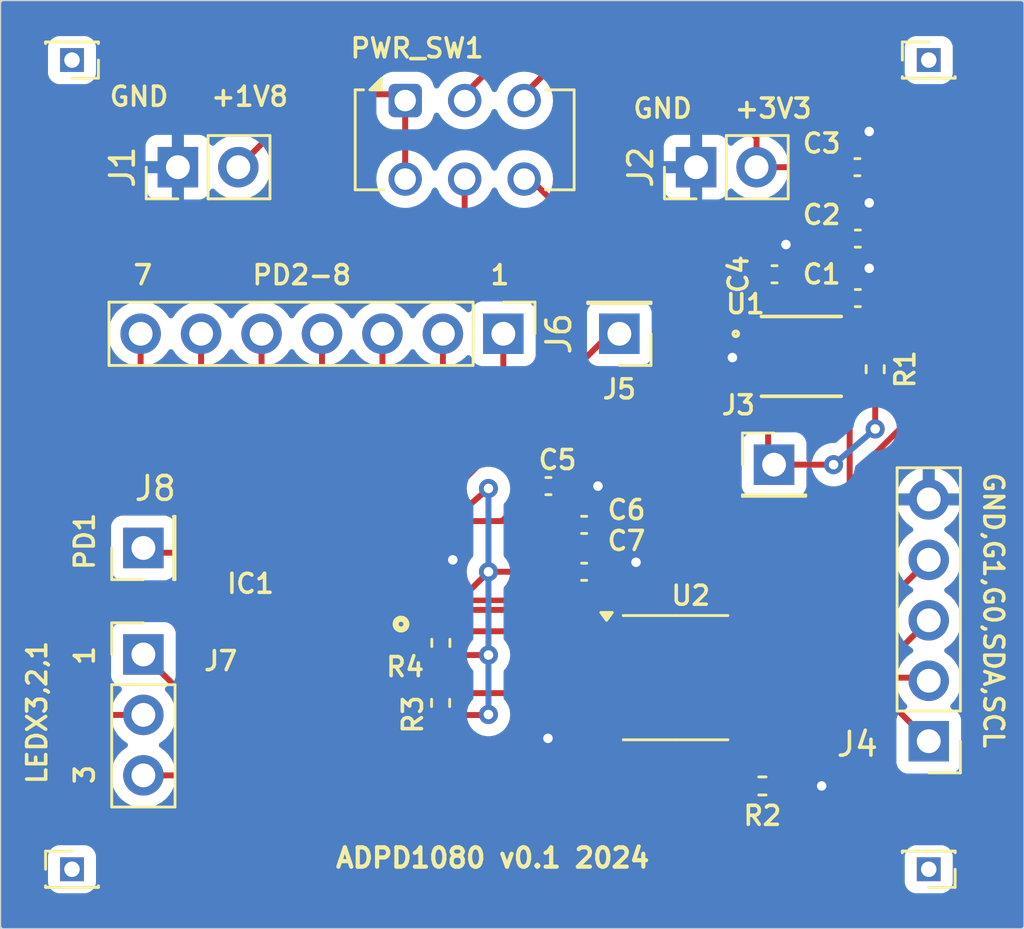
<source format=kicad_pcb>
(kicad_pcb (version 20240108) (generator "pcbnew") (generator_version "8.0")
  (layers (0 "F.Cu" signal) (31 "B.Cu" signal) (34 "B.Paste" user) (35 "F.Paste" user) (36 "B.SilkS" user "B.Silkscreen") (37 "F.SilkS" user "F.Silkscreen") (38 "B.Mask" user) (39 "F.Mask" user) (44 "Edge.Cuts" user))
  (net 0 "")
  (net 1 "Net-(J2-Pin_2)")
  (net 2 "GND")
  (net 3 "Net-(U1-VOUT)")
  (net 4 "Net-(IC1-PD3)")
  (net 5 "Net-(IC1-PD1)")
  (net 6 "Net-(IC1-LEDX1)")
  (net 7 "Net-(IC1-PD8)")
  (net 8 "Net-(IC1-PD2)")
  (net 9 "Net-(IC1-LEDX2)")
  (net 10 "Net-(IC1-SCL)")
  (net 14 "Net-(IC1-PD4)")
  (net 19 "Net-(IC1-LEDX3)")
  (net 20 "Net-(IC1-PD6)")
  (net 21 "Net-(IC1-PD7)")
  (net 22 "Net-(IC1-GPIO0)")
  (net 23 "Net-(IC1-SDA)")
  (net 24 "Net-(IC1-GPIO1)")
  (net 25 "Net-(IC1-PDC)")
  (net 26 "Net-(IC1-PD5)")
  (net 27 "Net-(J1-Pin_2)")
  (net 28 "Net-(J4-Pin_3)")
  (net 29 "Net-(J4-Pin_4)")
  (net 30 "Net-(J3-Pin_1)")
  (net 31 "Net-(J4-Pin_1)")
  (net 32 "VDD_1V8")
  (net 33 "VDD_INPUT")
  (net 35 "Net-(J4-Pin_2)")
  (net 38 "Net-(IC1-VREF)")
  (footprint "breakoutboard:QFN40P400X400X80-29N-D" (layer "F.Cu") (at 34.45 44.4 180)
    (property "Reference" "IC1" (at 3.95 -0.1 180) (layer "F.SilkS") (effects (font (size 0.8 0.8) (thickness 0.15) (bold yes))))
    (property "Value" "ADPD1080BCPZR7" (hide yes))
    (fp_circle (center -2.375 -1.8) (end -2.275 -1.8) (stroke (width 0.254)) (fill none) (layer "F.SilkS"))
    (pad "1" smd rect (at -1.95 -1.2 270) (size 0.2 0.85) (layers "F.Cu" "F.Paste" "F.Mask") (net 22 "Net-(IC1-GPIO0)"))
    (pad "2" smd rect (at -1.95 -0.8 270) (size 0.2 0.85) (layers "F.Cu" "F.Paste" "F.Mask") (net 24 "Net-(IC1-GPIO1)"))
    (pad "3" smd rect (at -1.95 -0.4 270) (size 0.2 0.85) (layers "F.Cu" "F.Paste" "F.Mask") (net 32 "VDD_1V8"))
    (pad "4" smd rect (at -1.95 0 270) (size 0.2 0.85) (layers "F.Cu" "F.Paste" "F.Mask") (net 2 "GND"))
    (pad "5" smd rect (at -1.95 0.4 270) (size 0.2 0.85) (layers "F.Cu" "F.Paste" "F.Mask") (net 38 "Net-(IC1-VREF)"))
    (pad "6" smd rect (at -1.95 0.8 270) (size 0.2 0.85) (layers "F.Cu" "F.Paste" "F.Mask") (net 32 "VDD_1V8"))
    (pad "7" smd rect (at -1.95 1.2 270) (size 0.2 0.85) (layers "F.Cu" "F.Paste" "F.Mask") (net 5 "Net-(IC1-PD1)"))
    (pad "8" smd rect (at -1.2 1.95 180) (size 0.2 0.85) (layers "F.Cu" "F.Paste" "F.Mask") (net 8 "Net-(IC1-PD2)"))
    (pad "9" smd rect (at -0.8 1.95 180) (size 0.2 0.85) (layers "F.Cu" "F.Paste" "F.Mask") (net 4 "Net-(IC1-PD3)"))
    (pad "10" smd rect (at -0.4 1.95 180) (size 0.2 0.85) (layers "F.Cu" "F.Paste" "F.Mask") (net 14 "Net-(IC1-PD4)"))
    (pad "11" smd rect (at 0 1.95 180) (size 0.2 0.85) (layers "F.Cu" "F.Paste" "F.Mask") (net 25 "Net-(IC1-PDC)"))
    (pad "12" smd rect (at 0.4 1.95 180) (size 0.2 0.85) (layers "F.Cu" "F.Paste" "F.Mask") (net 26 "Net-(IC1-PD5)"))
    (pad "13" smd rect (at 0.8 1.95 180) (size 0.2 0.85) (layers "F.Cu" "F.Paste" "F.Mask") (net 20 "Net-(IC1-PD6)"))
    (pad "14" smd rect (at 1.2 1.95 180) (size 0.2 0.85) (layers "F.Cu" "F.Paste" "F.Mask") (net 21 "Net-(IC1-PD7)"))
    (pad "15" smd rect (at 1.95 1.2 270) (size 0.2 0.85) (layers "F.Cu" "F.Paste" "F.Mask") (net 7 "Net-(IC1-PD8)"))
    (pad "16" smd rect (at 1.95 0.8 270) (size 0.2 0.85) (layers "F.Cu" "F.Paste" "F.Mask"))
    (pad "17" smd rect (at 1.95 0.4 270) (size 0.2 0.85) (layers "F.Cu" "F.Paste" "F.Mask"))
    (pad "18" smd rect (at 1.95 0 270) (size 0.2 0.85) (layers "F.Cu" "F.Paste" "F.Mask"))
    (pad "19" smd rect (at 1.95 -0.4 270) (size 0.2 0.85) (layers "F.Cu" "F.Paste" "F.Mask"))
    (pad "20" smd rect (at 1.95 -0.8 270) (size 0.2 0.85) (layers "F.Cu" "F.Paste" "F.Mask"))
    (pad "21" smd rect (at 1.95 -1.2 270) (size 0.2 0.85) (layers "F.Cu" "F.Paste" "F.Mask"))
    (pad "22" smd rect (at 1.2 -1.95 180) (size 0.2 0.85) (layers "F.Cu" "F.Paste" "F.Mask"))
    (pad "23" smd rect (at 0.8 -1.95 180) (size 0.2 0.85) (layers "F.Cu" "F.Paste" "F.Mask") (net 6 "Net-(IC1-LEDX1)"))
    (pad "24" smd rect (at 0.4 -1.95 180) (size 0.2 0.85) (layers "F.Cu" "F.Paste" "F.Mask") (net 19 "Net-(IC1-LEDX3)"))
    (pad "25" smd rect (at 0 -1.95 180) (size 0.2 0.85) (layers "F.Cu" "F.Paste" "F.Mask") (net 9 "Net-(IC1-LEDX2)"))
    (pad "26" smd rect (at -0.4 -1.95 180) (size 0.2 0.85) (layers "F.Cu" "F.Paste" "F.Mask") (net 2 "GND"))
    (pad "27" smd rect (at -0.8 -1.95 180) (size 0.2 0.85) (layers "F.Cu" "F.Paste" "F.Mask") (net 10 "Net-(IC1-SCL)"))
    (pad "28" smd rect (at -1.2 -1.95 180) (size 0.2 0.85) (layers "F.Cu" "F.Paste" "F.Mask") (net 23 "Net-(IC1-SDA)"))
    (pad "29" smd rect (at 0 0 180) (size 2.7 2.7) (layers "F.Cu" "F.Paste" "F.Mask") (net 2 "GND"))
  )
  (footprint "Capacitor_SMD:C_0402_1005Metric" (layer "F.Cu") (at 43.02 40.4)
    (property "Reference" "C5" (at 0.38 -1.1 180) (layer "F.SilkS") (effects (font (size 0.8 0.8))))
    (property "Value" "1uF")
    (fp_line (start -0.107836 -0.36) (end 0.107836 -0.36) (stroke (width 0.12)) (layer "F.SilkS"))
    (fp_line (start -0.107836 0.36) (end 0.107836 0.36) (stroke (width 0.12)) (layer "F.SilkS"))
    (pad "1" smd roundrect (at -0.48 0) (size 0.56 0.62) (layers "F.Cu" "F.Paste" "F.Mask") (net 38 "Net-(IC1-VREF)"))
    (pad "2" smd roundrect (at 0.48 0) (size 0.56 0.62) (layers "F.Cu" "F.Paste" "F.Mask") (net 2 "GND"))
  )
  (footprint "Connector_PinHeader_2.54mm:PinHeader_1x01_P2.54mm_Vertical" (layer "F.Cu") (at 52.5 39.5)
    (property "Reference" "J3" (at -1.5 -2.5 0) (layer "F.SilkS") (effects (font (size 0.8 0.8))))
    (property "Value" "PG_TP")
    (fp_line (start -1.33 -1.33) (end 0 -1.33) (stroke (width 0.12)) (layer "F.SilkS"))
    (fp_line (start -1.33 0) (end -1.33 -1.33) (stroke (width 0.12)) (layer "F.SilkS"))
    (fp_line (start -1.33 1.27) (end -1.33 1.33) (stroke (width 0.12)) (layer "F.SilkS"))
    (fp_line (start -1.33 1.27) (end 1.33 1.27) (stroke (width 0.12)) (layer "F.SilkS"))
    (fp_line (start -1.33 1.33) (end 1.33 1.33) (stroke (width 0.12)) (layer "F.SilkS"))
    (fp_line (start 1.33 1.27) (end 1.33 1.33) (stroke (width 0.12)) (layer "F.SilkS"))
    (pad "1" thru_hole rect (at 0 0) (size 1.7 1.7) (drill 1) (layers "*.Cu" "*.Mask") (net 30 "Net-(J3-Pin_1)"))
  )
  (footprint "Resistor_SMD:R_0402_1005Metric" (layer "F.Cu") (at 38.49 49.51 90)
    (property "Reference" "R3" (at -0.49 -1.17 -90) (layer "F.SilkS") (effects (font (size 0.8 0.8))))
    (property "Value" "4.7k")
    (fp_line (start -0.153641 -0.38) (end 0.153641 -0.38) (stroke (width 0.12)) (layer "F.SilkS"))
    (fp_line (start -0.153641 0.38) (end 0.153641 0.38) (stroke (width 0.12)) (layer "F.SilkS"))
    (pad "1" smd roundrect (at -0.51 0 90) (size 0.54 0.64) (layers "F.Cu" "F.Paste" "F.Mask") (net 32 "VDD_1V8"))
    (pad "2" smd roundrect (at 0.51 0 90) (size 0.54 0.64) (layers "F.Cu" "F.Paste" "F.Mask") (net 10 "Net-(IC1-SCL)"))
  )
  (footprint "Connector_PinHeader_1.27mm:PinHeader_1x01_P1.27mm_Vertical" (layer "F.Cu") (at 59 22.5)
    (property "Reference" "H2" (hide yes))
    (property "Value" "MountingHole" (hide yes))
    (fp_line (start -1.11 -0.76) (end 0 -0.76) (stroke (width 0.12)) (layer "F.SilkS"))
    (fp_line (start -1.11 0) (end -1.11 -0.76) (stroke (width 0.12)) (layer "F.SilkS"))
    (fp_line (start -1.11 0.76) (end -1.11 0.695) (stroke (width 0.12)) (layer "F.SilkS"))
    (fp_line (start -1.11 0.76) (end -0.563471 0.76) (stroke (width 0.12)) (layer "F.SilkS"))
    (fp_line (start -1.11 0.76) (end 1.11 0.76) (stroke (width 0.12)) (layer "F.SilkS"))
    (fp_line (start 0.563471 0.76) (end 1.11 0.76) (stroke (width 0.12)) (layer "F.SilkS"))
    (fp_line (start 1.11 0.76) (end 1.11 0.695) (stroke (width 0.12)) (layer "F.SilkS"))
    (pad "1" thru_hole rect (at 0 0) (size 1 1) (drill 0.65) (layers "*.Cu" "*.Mask"))
  )
  (footprint "Connector_PinHeader_2.54mm:PinHeader_1x05_P2.54mm_Vertical" (layer "F.Cu") (at 59 51.12 180)
    (property "Reference" "J4" (at 3 -0.13 180) (layer "F.SilkS"))
    (property "Value" "P_05")
    (fp_line (start 1.33 1.27) (end 1.33 11.49) (stroke (width 0.12)) (layer "F.SilkS"))
    (fp_line (start -1.33 11.49) (end 1.33 11.49) (stroke (width 0.12)) (layer "F.SilkS"))
    (fp_line (start -1.33 1.27) (end 1.33 1.27) (stroke (width 0.12)) (layer "F.SilkS"))
    (fp_line (start -1.33 1.27) (end -1.33 11.49) (stroke (width 0.12)) (layer "F.SilkS"))
    (fp_line (start -1.33 0) (end -1.33 -1.33) (stroke (width 0.12)) (layer "F.SilkS"))
    (fp_line (start -1.33 -1.33) (end 0 -1.33) (stroke (width 0.12)) (layer "F.SilkS"))
    (pad "1" thru_hole rect (at 0 0 180) (size 1.7 1.7) (drill 1) (layers "*.Cu" "*.Mask") (net 31 "Net-(J4-Pin_1)"))
    (pad "2" thru_hole oval (at 0 2.54 180) (size 1.7 1.7) (drill 1) (layers "*.Cu" "*.Mask") (net 35 "Net-(J4-Pin_2)"))
    (pad "3" thru_hole oval (at 0 5.08 180) (size 1.7 1.7) (drill 1) (layers "*.Cu" "*.Mask") (net 28 "Net-(J4-Pin_3)"))
    (pad "4" thru_hole oval (at 0 7.62 180) (size 1.7 1.7) (drill 1) (layers "*.Cu" "*.Mask") (net 29 "Net-(J4-Pin_4)"))
    (pad "5" thru_hole oval (at 0 10.16 180) (size 1.7 1.7) (drill 1) (layers "*.Cu" "*.Mask") (net 2 "GND"))
  )
  (footprint "Resistor_SMD:R_0402_1005Metric" (layer "F.Cu") (at 38.5 46.99 90)
    (property "Reference" "R4" (at -1.01 -1.5 0) (layer "F.SilkS") (effects (font (size 0.8 0.8))))
    (property "Value" "4.7k")
    (fp_line (start -0.153641 -0.38) (end 0.153641 -0.38) (stroke (width 0.12)) (layer "F.SilkS"))
    (fp_line (start -0.153641 0.38) (end 0.153641 0.38) (stroke (width 0.12)) (layer "F.SilkS"))
    (pad "1" smd roundrect (at -0.51 0 90) (size 0.54 0.64) (layers "F.Cu" "F.Paste" "F.Mask") (net 32 "VDD_1V8"))
    (pad "2" smd roundrect (at 0.51 0 90) (size 0.54 0.64) (layers "F.Cu" "F.Paste" "F.Mask") (net 23 "Net-(IC1-SDA)"))
  )
  (footprint "Connector_PinHeader_2.54mm:PinHeader_1x01_P2.54mm_Vertical" (layer "F.Cu") (at 46 34 180)
    (property "Reference" "J5" (at 0 -2.33 180) (layer "F.SilkS") (effects (font (size 0.8 0.8))))
    (property "Value" "P_01")
    (fp_line (start 1.33 1.27) (end 1.33 1.33) (stroke (width 0.12)) (layer "F.SilkS"))
    (fp_line (start -1.33 1.33) (end 1.33 1.33) (stroke (width 0.12)) (layer "F.SilkS"))
    (fp_line (start -1.33 1.27) (end 1.33 1.27) (stroke (width 0.12)) (layer "F.SilkS"))
    (fp_line (start -1.33 1.27) (end -1.33 1.33) (stroke (width 0.12)) (layer "F.SilkS"))
    (fp_line (start -1.33 0) (end -1.33 -1.33) (stroke (width 0.12)) (layer "F.SilkS"))
    (fp_line (start -1.33 -1.33) (end 0 -1.33) (stroke (width 0.12)) (layer "F.SilkS"))
    (pad "1" thru_hole rect (at 0 0 180) (size 1.7 1.7) (drill 1) (layers "*.Cu" "*.Mask") (net 5 "Net-(IC1-PD1)"))
  )
  (footprint "Button_Switch_THT:SW_CK_JS202011CQN_DPDT_Straight" (layer "F.Cu") (at 37 24.2)
    (property "Reference" "PWR_SW1" (at 0.5 -2.2 0) (layer "F.SilkS") (effects (font (size 0.8 0.8))))
    (property "Value" "SW_Slide_DPDT")
    (fp_line (start -2.1 -0.45) (end -2.1 3.75) (stroke (width 0.12)) (layer "F.SilkS"))
    (fp_line (start -2.1 3.75) (end -0.9 3.75) (stroke (width 0.12)) (layer "F.SilkS"))
    (fp_line (start -1.75 -0.45) (end -2.1 -0.45) (stroke (width 0.12)) (layer "F.SilkS"))
    (fp_line (start 5.9 -0.45) (end 7.1 -0.45) (stroke (width 0.12)) (layer "F.SilkS"))
    (fp_line (start 7.1 -0.45) (end 7.1 3.75) (stroke (width 0.12)) (layer "F.SilkS"))
    (fp_line (start 7.1 3.75) (end 5.9 3.75) (stroke (width 0.12)) (layer "F.SilkS"))
    (fp_poly (pts (xy -1 -0.45) (xy -1.48 -0.45) (xy -1 -0.93) (xy -1 -0.45)) (stroke (width 0.12)) (fill solid) (layer "F.SilkS"))
    (pad "1" thru_hole roundrect (at 0 0) (size 1.4 1.4) (drill 0.9) (layers "*.Cu" "*.Mask") (roundrect_rratio 0.1785714286) (net 27 "Net-(J1-Pin_2)"))
    (pad "2" thru_hole circle (at 2.5 0) (size 1.4 1.4) (drill 0.9) (layers "*.Cu" "*.Mask") (net 33 "VDD_INPUT"))
    (pad "3" thru_hole circle (at 5 0) (size 1.4 1.4) (drill 0.9) (layers "*.Cu" "*.Mask") (net 1 "Net-(J2-Pin_2)"))
    (pad "4" thru_hole circle (at 5 3.3) (size 1.4 1.4) (drill 0.9) (layers "*.Cu" "*.Mask") (net 3 "Net-(U1-VOUT)"))
    (pad "5" thru_hole circle (at 2.5 3.3) (size 1.4 1.4) (drill 0.9) (layers "*.Cu" "*.Mask") (net 32 "VDD_1V8"))
    (pad "6" thru_hole circle (at 0 3.3) (size 1.4 1.4) (drill 0.9) (layers "*.Cu" "*.Mask") (net 27 "Net-(J1-Pin_2)"))
  )
  (footprint "Package_SO:TSSOP-14_4.4x5mm_P0.65mm" (layer "F.Cu") (at 48.3625 48.45)
    (property "Reference" "U2" (at 0.6375 -3.45 0) (layer "F.SilkS") (effects (font (size 0.8 0.8))))
    (property "Value" "TXB0104PW_new")
    (fp_line (start 0 -2.61) (end -2.2 -2.61) (stroke (width 0.12)) (layer "F.SilkS"))
    (fp_line (start 0 -2.61) (end 2.2 -2.61) (stroke (width 0.12)) (layer "F.SilkS"))
    (fp_line (start 0 2.61) (end -2.2 2.61) (stroke (width 0.12)) (layer "F.SilkS"))
    (fp_line (start 0 2.61) (end 2.2 2.61) (stroke (width 0.12)) (layer "F.SilkS"))
    (fp_poly (pts (xy -2.9 -2.41) (xy -3.14 -2.74) (xy -2.66 -2.74) (xy -2.9 -2.41)) (stroke (width 0.12)) (fill solid) (layer "F.SilkS"))
    (pad "1" smd roundrect (at -2.8625 -1.95) (size 1.475 0.4) (layers "F.Cu" "F.Paste" "F.Mask") (net 32 "VDD_1V8"))
    (pad "2" smd roundrect (at -2.8625 -1.3) (size 1.475 0.4) (layers "F.Cu" "F.Paste" "F.Mask") (net 24 "Net-(IC1-GPIO1)"))
    (pad "3" smd roundrect (at -2.8625 -0.65) (size 1.475 0.4) (layers "F.Cu" "F.Paste" "F.Mask") (net 22 "Net-(IC1-GPIO0)"))
    (pad "4" smd roundrect (at -2.8625 0) (size 1.475 0.4) (layers "F.Cu" "F.Paste" "F.Mask") (net 23 "Net-(IC1-SDA)"))
    (pad "5" smd roundrect (at -2.8625 0.65) (size 1.475 0.4) (layers "F.Cu" "F.Paste" "F.Mask") (net 10 "Net-(IC1-SCL)"))
    (pad "6" smd roundrect (at -2.8625 1.3) (size 1.475 0.4) (layers "F.Cu" "F.Paste" "F.Mask"))
    (pad "7" smd roundrect (at -2.8625 1.95) (size 1.475 0.4) (layers "F.Cu" "F.Paste" "F.Mask") (net 2 "GND"))
    (pad "8" smd roundrect (at 2.8625 1.95) (size 1.475 0.4) (layers "F.Cu" "F.Paste" "F.Mask") (net 32 "VDD_1V8"))
    (pad "9" smd roundrect (at 2.8625 1.3) (size 1.475 0.4) (layers "F.Cu" "F.Paste" "F.Mask"))
    (pad "10" smd roundrect (at 2.8625 0.65) (size 1.475 0.4) (layers "F.Cu" "F.Paste" "F.Mask") (net 31 "Net-(J4-Pin_1)"))
    (pad "11" smd roundrect (at 2.8625 0) (size 1.475 0.4) (layers "F.Cu" "F.Paste" "F.Mask") (net 35 "Net-(J4-Pin_2)"))
    (pad "12" smd roundrect (at 2.8625 -0.65) (size 1.475 0.4) (layers "F.Cu" "F.Paste" "F.Mask") (net 28 "Net-(J4-Pin_3)"))
    (pad "13" smd roundrect (at 2.8625 -1.3) (size 1.475 0.4) (layers "F.Cu" "F.Paste" "F.Mask") (net 29 "Net-(J4-Pin_4)"))
    (pad "14" smd roundrect (at 2.8625 -1.95) (size 1.475 0.4) (layers "F.Cu" "F.Paste" "F.Mask") (net 33 "VDD_INPUT"))
  )
  (footprint "Connector_PinHeader_2.54mm:PinHeader_1x03_P2.54mm_Vertical" (layer "F.Cu") (at 26 47.475)
    (property "Reference" "J7" (at 3.25 0.275 0) (layer "F.SilkS") (effects (font (size 0.8 0.8))))
    (property "Value" "P_3_LED")
    (fp_line (start -1.33 -1.33) (end 0 -1.33) (stroke (width 0.12)) (layer "F.SilkS"))
    (fp_line (start -1.33 0) (end -1.33 -1.33) (stroke (width 0.12)) (layer "F.SilkS"))
    (fp_line (start -1.33 1.27) (end -1.33 6.41) (stroke (width 0.12)) (layer "F.SilkS"))
    (fp_line (start -1.33 1.27) (end 1.33 1.27) (stroke (width 0.12)) (layer "F.SilkS"))
    (fp_line (start -1.33 6.41) (end 1.33 6.41) (stroke (width 0.12)) (layer "F.SilkS"))
    (fp_line (start 1.33 1.27) (end 1.33 6.41) (stroke (width 0.12)) (layer "F.SilkS"))
    (pad "1" thru_hole rect (at 0 0) (size 1.7 1.7) (drill 1) (layers "*.Cu" "*.Mask") (net 6 "Net-(IC1-LEDX1)"))
    (pad "2" thru_hole oval (at 0 2.54) (size 1.7 1.7) (drill 1) (layers "*.Cu" "*.Mask") (net 9 "Net-(IC1-LEDX2)"))
    (pad "3" thru_hole oval (at 0 5.08) (size 1.7 1.7) (drill 1) (layers "*.Cu" "*.Mask") (net 19 "Net-(IC1-LEDX3)"))
  )
  (footprint "Capacitor_SMD:C_0402_1005Metric" (layer "F.Cu") (at 56.02 32.5 180)
    (property "Reference" "C1" (at 1.52 1 180) (layer "F.SilkS") (effects (font (size 0.8 0.8))))
    (property "Value" "1uF")
    (fp_line (start -0.107836 0.36) (end 0.107836 0.36) (stroke (width 0.12)) (layer "F.SilkS"))
    (fp_line (start -0.107836 -0.36) (end 0.107836 -0.36) (stroke (width 0.12)) (layer "F.SilkS"))
    (pad "1" smd roundrect (at -0.48 0 180) (size 0.56 0.62) (layers "F.Cu" "F.Paste" "F.Mask") (net 2 "GND"))
    (pad "2" smd roundrect (at 0.48 0 180) (size 0.56 0.62) (layers "F.Cu" "F.Paste" "F.Mask") (net 1 "Net-(J2-Pin_2)"))
  )
  (footprint "Resistor_SMD:R_0402_1005Metric" (layer "F.Cu") (at 56.75 35.49 90)
    (property "Reference" "R1" (at 0 1.26 -90) (layer "F.SilkS") (effects (font (size 0.8 0.8))))
    (property "Value" "100k")
    (fp_line (start -0.153641 -0.38) (end 0.153641 -0.38) (stroke (width 0.12)) (layer "F.SilkS"))
    (fp_line (start -0.153641 0.38) (end 0.153641 0.38) (stroke (width 0.12)) (layer "F.SilkS"))
    (pad "1" smd roundrect (at -0.51 0 90) (size 0.54 0.64) (layers "F.Cu" "F.Paste" "F.Mask") (net 30 "Net-(J3-Pin_1)"))
    (pad "2" smd roundrect (at 0.51 0 90) (size 0.54 0.64) (layers "F.Cu" "F.Paste" "F.Mask") (net 1 "Net-(J2-Pin_2)"))
  )
  (footprint "Capacitor_SMD:C_0402_1005Metric" (layer "F.Cu") (at 44.52 42.03)
    (property "Reference" "C6" (at 1.78 -0.63 0) (layer "F.SilkS") (effects (font (size 0.8 0.8))))
    (property "Value" "0u1F")
    (fp_line (start -0.107836 -0.36) (end 0.107836 -0.36) (stroke (width 0.12)) (layer "F.SilkS"))
    (fp_line (start -0.107836 0.36) (end 0.107836 0.36) (stroke (width 0.12)) (layer "F.SilkS"))
    (pad "1" smd roundrect (at -0.48 0) (size 0.56 0.62) (layers "F.Cu" "F.Paste" "F.Mask") (net 32 "VDD_1V8"))
    (pad "2" smd roundrect (at 0.48 0) (size 0.56 0.62) (layers "F.Cu" "F.Paste" "F.Mask") (net 2 "GND"))
  )
  (footprint "Connector_PinHeader_2.54mm:PinHeader_1x07_P2.54mm_Vertical" (layer "F.Cu") (at 41.125 34 -90)
    (property "Reference" "J6" (at 0 -2.33 90) (layer "F.SilkS"))
    (property "Value" "PD_7")
    (fp_line (start -1.33 16.57) (end 1.33 16.57) (stroke (width 0.12)) (layer "F.SilkS"))
    (fp_line (start -1.33 1.27) (end -1.33 16.57) (stroke (width 0.12)) (layer "F.SilkS"))
    (fp_line (start -1.33 1.27) (end 1.33 1.27) (stroke (width 0.12)) (layer "F.SilkS"))
    (fp_line (start 1.33 1.27) (end 1.33 16.57) (stroke (width 0.12)) (layer "F.SilkS"))
    (fp_line (start -1.33 0) (end -1.33 -1.33) (stroke (width 0.12)) (layer "F.SilkS"))
    (fp_line (start -1.33 -1.33) (end 0 -1.33) (stroke (width 0.12)) (layer "F.SilkS"))
    (pad "1" thru_hole rect (at 0 0 270) (size 1.7 1.7) (drill 1) (layers "*.Cu" "*.Mask") (net 8 "Net-(IC1-PD2)"))
    (pad "2" thru_hole oval (at 0 2.54 270) (size 1.7 1.7) (drill 1) (layers "*.Cu" "*.Mask") (net 4 "Net-(IC1-PD3)"))
    (pad "3" thru_hole oval (at 0 5.08 270) (size 1.7 1.7) (drill 1) (layers "*.Cu" "*.Mask") (net 14 "Net-(IC1-PD4)"))
    (pad "4" thru_hole oval (at 0 7.62 270) (size 1.7 1.7) (drill 1) (layers "*.Cu" "*.Mask") (net 25 "Net-(IC1-PDC)"))
    (pad "5" thru_hole oval (at 0 10.16 270) (size 1.7 1.7) (drill 1) (layers "*.Cu" "*.Mask") (net 26 "Net-(IC1-PD5)"))
    (pad "6" thru_hole oval (at 0 12.7 270) (size 1.7 1.7) (drill 1) (layers "*.Cu" "*.Mask") (net 20 "Net-(IC1-PD6)"))
    (pad "7" thru_hole oval (at 0 15.24 270) (size 1.7 1.7) (drill 1) (layers "*.Cu" "*.Mask") (net 21 "Net-(IC1-PD7)"))
  )
  (footprint "Capacitor_SMD:C_0402_1005Metric" (layer "F.Cu") (at 56 27 180)
    (property "Reference" "C3" (at 1.5 1 180) (layer "F.SilkS") (effects (font (size 0.8 0.8))))
    (property "Value" "100pF")
    (fp_line (start -0.107836 0.36) (end 0.107836 0.36) (stroke (width 0.12)) (layer "F.SilkS"))
    (fp_line (start -0.107836 -0.36) (end 0.107836 -0.36) (stroke (width 0.12)) (layer "F.SilkS"))
    (pad "1" smd roundrect (at -0.48 0 180) (size 0.56 0.62) (layers "F.Cu" "F.Paste" "F.Mask") (net 2 "GND"))
    (pad "2" smd roundrect (at 0.48 0 180) (size 0.56 0.62) (layers "F.Cu" "F.Paste" "F.Mask") (net 1 "Net-(J2-Pin_2)"))
  )
  (footprint "breakoutboard:DFN_00PU33R_STM-L" (layer "F.Cu") (at 53.647 34.950001)
    (property "Reference" "U1" (at -2.353 -2.200001 0) (layer "F.SilkS") (effects (font (size 0.8 0.8))))
    (property "Value" "LD39100 1V8")
    (fp_line (start -1.6764 1.6764) (end 1.6764 1.6764) (stroke (width 0.1524)) (layer "F.SilkS"))
    (fp_line (start 1.6764 -1.6764) (end -1.6764 -1.6764) (stroke (width 0.1524)) (layer "F.SilkS"))
    (fp_circle (center -2.7534 -0.95) (end -2.6518 -0.95) (stroke (width 0.1524)) (fill none) (layer "F.SilkS"))
    (pad "1" smd rect (at -1.397 -0.950001) (size 0.7112 0.4064) (layers "F.Cu" "F.Paste" "F.Mask") (net 1 "Net-(J2-Pin_2)"))
    (pad "2" smd rect (at -1.397 0) (size 0.7112 0.4064) (layers "F.Cu" "F.Paste" "F.Mask") (net 2 "GND"))
    (pad "3" smd rect (at -1.397 0.950001) (size 0.7112 0.4064) (layers "F.Cu" "F.Paste" "F.Mask") (net 30 "Net-(J3-Pin_1)"))
    (pad "4" smd rect (at 1.397 0.950001) (size 0.7112 0.4064) (layers "F.Cu" "F.Paste" "F.Mask") (net 3 "Net-(U1-VOUT)"))
    (pad "5" smd rect (at 1.397 0) (size 0.7112 0.4064) (layers "F.Cu" "F.Paste" "F.Mask"))
    (pad "6" smd rect (at 1.397 -0.950001) (size 0.7112 0.4064) (layers "F.Cu" "F.Paste" "F.Mask") (net 1 "Net-(J2-Pin_2)"))
    (pad "7" smd rect (at 0 0) (size 1.7526 2.4892) (layers "F.Cu" "F.Paste" "F.Mask") (net 2 "GND"))
  )
  (footprint "Capacitor_SMD:C_0402_1005Metric" (layer "F.Cu") (at 56.02 30 180)
    (property "Reference" "C2" (at 1.52 1 180) (layer "F.SilkS") (effects (font (size 0.8 0.8))))
    (property "Value" "1nF")
    (fp_line (start -0.107836 0.36) (end 0.107836 0.36) (stroke (width 0.12)) (layer "F.SilkS"))
    (fp_line (start -0.107836 -0.36) (end 0.107836 -0.36) (stroke (width 0.12)) (layer "F.SilkS"))
    (pad "1" smd roundrect (at -0.48 0 180) (size 0.56 0.62) (layers "F.Cu" "F.Paste" "F.Mask") (net 2 "GND"))
    (pad "2" smd roundrect (at 0.48 0 180) (size 0.56 0.62) (layers "F.Cu" "F.Paste" "F.Mask") (net 1 "Net-(J2-Pin_2)"))
  )
  (footprint "Connector_PinHeader_1.27mm:PinHeader_1x01_P1.27mm_Vertical" (layer "F.Cu") (at 23 56.5)
    (property "Reference" "H4" (hide yes))
    (property "Value" "MountingHole" (hide yes))
    (fp_line (start -1.11 -0.76) (end 0 -0.76) (stroke (width 0.12)) (layer "F.SilkS"))
    (fp_line (start -1.11 0) (end -1.11 -0.76) (stroke (width 0.12)) (layer "F.SilkS"))
    (fp_line (start -1.11 0.76) (end -1.11 0.695) (stroke (width 0.12)) (layer "F.SilkS"))
    (fp_line (start -1.11 0.76) (end -0.563471 0.76) (stroke (width 0.12)) (layer "F.SilkS"))
    (fp_line (start -1.11 0.76) (end 1.11 0.76) (stroke (width 0.12)) (layer "F.SilkS"))
    (fp_line (start 0.563471 0.76) (end 1.11 0.76) (stroke (width 0.12)) (layer "F.SilkS"))
    (fp_line (start 1.11 0.76) (end 1.11 0.695) (stroke (width 0.12)) (layer "F.SilkS"))
    (pad "1" thru_hole rect (at 0 0) (size 1 1) (drill 0.65) (layers "*.Cu" "*.Mask"))
  )
  (footprint "Capacitor_SMD:C_0402_1005Metric" (layer "F.Cu") (at 44.52 44)
    (property "Reference" "C7" (at 1.78 -1.3 0) (layer "F.SilkS") (effects (font (size 0.8 0.8))))
    (property "Value" "0u1F")
    (fp_line (start -0.107836 -0.36) (end 0.107836 -0.36) (stroke (width 0.12)) (layer "F.SilkS"))
    (fp_line (start -0.107836 0.36) (end 0.107836 0.36) (stroke (width 0.12)) (layer "F.SilkS"))
    (pad "1" smd roundrect (at -0.48 0) (size 0.56 0.62) (layers "F.Cu" "F.Paste" "F.Mask") (net 32 "VDD_1V8"))
    (pad "2" smd roundrect (at 0.48 0) (size 0.56 0.62) (layers "F.Cu" "F.Paste" "F.Mask") (net 2 "GND"))
  )
  (footprint "Connector_PinHeader_1.27mm:PinHeader_1x01_P1.27mm_Vertical" (layer "F.Cu") (at 59 56.5 180)
    (property "Reference" "H3" (hide yes))
    (property "Value" "MountingHole" (hide yes))
    (fp_line (start 1.11 0.76) (end 1.11 0.695) (stroke (width 0.12)) (layer "F.SilkS"))
    (fp_line (start 0.563471 0.76) (end 1.11 0.76) (stroke (width 0.12)) (layer "F.SilkS"))
    (fp_line (start -1.11 0.76) (end 1.11 0.76) (stroke (width 0.12)) (layer "F.SilkS"))
    (fp_line (start -1.11 0.76) (end -0.563471 0.76) (stroke (width 0.12)) (layer "F.SilkS"))
    (fp_line (start -1.11 0.76) (end -1.11 0.695) (stroke (width 0.12)) (layer "F.SilkS"))
    (fp_line (start -1.11 0) (end -1.11 -0.76) (stroke (width 0.12)) (layer "F.SilkS"))
    (fp_line (start -1.11 -0.76) (end 0 -0.76) (stroke (width 0.12)) (layer "F.SilkS"))
    (pad "1" thru_hole rect (at 0 0 180) (size 1 1) (drill 0.65) (layers "*.Cu" "*.Mask"))
  )
  (footprint "Resistor_SMD:R_0402_1005Metric" (layer "F.Cu") (at 52.01 53)
    (property "Reference" "R2" (at 0 1.25 0) (layer "F.SilkS") (effects (font (size 0.8 0.8))))
    (property "Value" "54k")
    (fp_line (start -0.153641 -0.38) (end 0.153641 -0.38) (stroke (width 0.12)) (layer "F.SilkS"))
    (fp_line (start -0.153641 0.38) (end 0.153641 0.38) (stroke (width 0.12)) (layer "F.SilkS"))
    (pad "1" smd roundrect (at -0.51 0) (size 0.54 0.64) (layers "F.Cu" "F.Paste" "F.Mask") (net 32 "VDD_1V8"))
    (pad "2" smd roundrect (at 0.51 0) (size 0.54 0.64) (layers "F.Cu" "F.Paste" "F.Mask") (net 2 "GND"))
  )
  (footprint "Connector_PinHeader_2.54mm:PinHeader_1x01_P2.54mm_Vertical" (layer "F.Cu") (at 26 43 90)
    (property "Reference" "J8" (at 2.5 0.5 180) (layer "F.SilkS"))
    (property "Value" "P_1")
    (fp_line (start -1.33 -1.33) (end 0 -1.33) (stroke (width 0.12)) (layer "F.SilkS"))
    (fp_line (start -1.33 0) (end -1.33 -1.33) (stroke (width 0.12)) (layer "F.SilkS"))
    (fp_line (start 1.33 1.27) (end 1.33 1.33) (stroke (width 0.12)) (layer "F.SilkS"))
    (fp_line (start -1.33 1.27) (end 1.33 1.27) (stroke (width 0.12)) (layer "F.SilkS"))
    (fp_line (start -1.33 1.27) (end -1.33 1.33) (stroke (width 0.12)) (layer "F.SilkS"))
    (fp_line (start -1.33 1.33) (end 1.33 1.33) (stroke (width 0.12)) (layer "F.SilkS"))
    (pad "1" thru_hole rect (at 0 0 90) (size 1.7 1.7) (drill 1) (layers "*.Cu" "*.Mask") (net 7 "Net-(IC1-PD8)"))
  )
  (footprint "Connector_PinHeader_2.54mm:PinHeader_1x02_P2.54mm_Vertical" (layer "F.Cu") (at 49.225 27 90)
    (property "Reference" "J2" (at 0 -2.33 -90) (layer "F.SilkS"))
    (property "Value" "3V3_IN")
    (fp_line (start -1.33 -1.33) (end 0 -1.33) (stroke (width 0.12)) (layer "F.SilkS"))
    (fp_line (start -1.33 0) (end -1.33 -1.33) (stroke (width 0.12)) (layer "F.SilkS"))
    (fp_line (start 1.33 1.27) (end 1.33 3.87) (stroke (width 0.12)) (layer "F.SilkS"))
    (fp_line (start -1.33 1.27) (end 1.33 1.27) (stroke (width 0.12)) (layer "F.SilkS"))
    (fp_line (start -1.33 1.27) (end -1.33 3.87) (stroke (width 0.12)) (layer "F.SilkS"))
    (fp_line (start -1.33 3.87) (end 1.33 3.87) (stroke (width 0.12)) (layer "F.SilkS"))
    (pad "1" thru_hole rect (at 0 0 90) (size 1.7 1.7) (drill 1) (layers "*.Cu" "*.Mask") (net 2 "GND"))
    (pad "2" thru_hole oval (at 0 2.54 90) (size 1.7 1.7) (drill 1) (layers "*.Cu" "*.Mask") (net 1 "Net-(J2-Pin_2)"))
  )
  (footprint "Connector_PinHeader_1.27mm:PinHeader_1x01_P1.27mm_Vertical" (layer "F.Cu") (at 23 22.5 180)
    (property "Reference" "H1" (hide yes))
    (property "Value" "MountingHole" (hide yes))
    (fp_line (start 1.11 0.76) (end 1.11 0.695) (stroke (width 0.12)) (layer "F.SilkS"))
    (fp_line (start 0.563471 0.76) (end 1.11 0.76) (stroke (width 0.12)) (layer "F.SilkS"))
    (fp_line (start -1.11 0.76) (end 1.11 0.76) (stroke (width 0.12)) (layer "F.SilkS"))
    (fp_line (start -1.11 0.76) (end -0.563471 0.76) (stroke (width 0.12)) (layer "F.SilkS"))
    (fp_line (start -1.11 0.76) (end -1.11 0.695) (stroke (width 0.12)) (layer "F.SilkS"))
    (fp_line (start -1.11 0) (end -1.11 -0.76) (stroke (width 0.12)) (layer "F.SilkS"))
    (fp_line (start -1.11 -0.76) (end 0 -0.76) (stroke (width 0.12)) (layer "F.SilkS"))
    (pad "1" thru_hole rect (at 0 0 180) (size 1 1) (drill 0.65) (layers "*.Cu" "*.Mask"))
  )
  (footprint "Capacitor_SMD:C_0402_1005Metric" (layer "F.Cu") (at 52.52 31.5)
    (property "Reference" "C4" (at -1.52 0 90) (layer "F.SilkS") (effects (font (size 0.8 0.8))))
    (property "Value" "1uF")
    (fp_line (start -0.107836 -0.36) (end 0.107836 -0.36) (stroke (width 0.12)) (layer "F.SilkS"))
    (fp_line (start -0.107836 0.36) (end 0.107836 0.36) (stroke (width 0.12)) (layer "F.SilkS"))
    (pad "1" smd roundrect (at -0.48 0) (size 0.56 0.62) (layers "F.Cu" "F.Paste" "F.Mask") (net 3 "Net-(U1-VOUT)"))
    (pad "2" smd roundrect (at 0.48 0) (size 0.56 0.62) (layers "F.Cu" "F.Paste" "F.Mask") (net 2 "GND"))
  )
  (footprint "Connector_PinHeader_2.54mm:PinHeader_1x02_P2.54mm_Vertical" (layer "F.Cu") (at 27.45 27 90)
    (property "Reference" "J1" (at 0 -2.33 -90) (layer "F.SilkS"))
    (property "Value" "1V8_IN")
    (fp_line (start -1.33 -1.33) (end 0 -1.33) (stroke (width 0.12)) (layer "F.SilkS"))
    (fp_line (start -1.33 0) (end -1.33 -1.33) (stroke (width 0.12)) (layer "F.SilkS"))
    (fp_line (start 1.33 1.27) (end 1.33 3.87) (stroke (width 0.12)) (layer "F.SilkS"))
    (fp_line (start -1.33 1.27) (end 1.33 1.27) (stroke (width 0.12)) (layer "F.SilkS"))
    (fp_line (start -1.33 1.27) (end -1.33 3.87) (stroke (width 0.12)) (layer "F.SilkS"))
    (fp_line (start -1.33 3.87) (end 1.33 3.87) (stroke (width 0.12)) (layer "F.SilkS"))
    (pad "1" thru_hole rect (at 0 0 90) (size 1.7 1.7) (drill 1) (layers "*.Cu" "*.Mask") (net 2 "GND"))
    (pad "2" thru_hole oval (at 0 2.54 90) (size 1.7 1.7) (drill 1) (layers "*.Cu" "*.Mask") (net 27 "Net-(J1-Pin_2)"))
  )
  (gr_rect (start 20 20) (end 63 59) (stroke (width 0.05)) (fill none) (layer "Edge.Cuts"))
  (gr_text "GND,G1,G0,SDA,SCL" (at 61.25 39.75 270) (layer "F.SilkS") (effects (font (size 0.8 0.8) (thickness 0.15) (bold yes)) (justify left bottom)))
  (gr_text "ADPD1080 v0.1 2024" (at 34 56.5 0) (layer "F.SilkS") (effects (font (size 0.8128 0.8128) (thickness 0.1778) (bold yes)) (justify left bottom)))
  (gr_text "PD1" (at 24 44 90) (layer "F.SilkS") (effects (font (size 0.8 0.8) (thickness 0.15) (bold yes)) (justify left bottom)))
  (gr_text "1" (at 40.5 32 0) (layer "F.SilkS") (effects (font (size 0.8 0.8) (thickness 0.15) (bold yes)) (justify left bottom)))
  (gr_text "7" (at 25.5 32 0) (layer "F.SilkS") (effects (font (size 0.8 0.8) (thickness 0.15) (bold yes)) (justify left bottom)))
  (gr_text "LEDX3,2,1" (at 22 53 90) (layer "F.SilkS") (effects (font (size 0.8 0.8) (thickness 0.15) (bold yes)) (justify left bottom)))
  (gr_text "GND   +1V8" (at 24.5 24.5 0) (layer "F.SilkS") (effects (font (size 0.8 0.8) (thickness 0.15) (bold yes)) (justify left bottom)))
  (gr_text "GND   +3V3" (at 46.5 25 0) (layer "F.SilkS") (effects (font (size 0.8 0.8) (thickness 0.15) (bold yes)) (justify left bottom)))
  (gr_text "PD2-8" (at 30.5 32 0) (layer "F.SilkS") (effects (font (size 0.8 0.8) (thickness 0.15) (bold yes)) (justify left bottom)))
  (gr_text "3" (at 24 53 90) (layer "F.SilkS") (effects (font (size 0.8 0.8) (thickness 0.15) (bold yes)) (justify left bottom)))
  (gr_text "1" (at 24 48 90) (layer "F.SilkS") (effects (font (size 0.8 0.8) (thickness 0.15) (bold yes)) (justify left bottom)))
  (segment (start 55.54 30) (end 55.54 27.02) (width 0.25) (layer "F.Cu") (net 1))
  (segment (start 53.25 32.75) (end 54.2472 32.75) (width 0.25) (layer "F.Cu") (net 1))
  (segment (start 52.25 34) (end 52.25 33.75) (width 0.25) (layer "F.Cu") (net 1))
  (segment (start 51.765 25.765) (end 48.9675 22.9675) (width 0.25) (layer "F.Cu") (net 1))
  (segment (start 51.765 27) (end 55.52 27) (width 0.25) (layer "F.Cu") (net 1))
  (segment (start 48.9675 22.9675) (end 42.9675 22.9675) (width 0.25) (layer "F.Cu") (net 1))
  (segment (start 52.25 33.75) (end 53.25 32.75) (width 0.25) (layer "F.Cu") (net 1))
  (segment (start 55.54 33.0508) (end 55.54 32.5) (width 0.25) (layer "F.Cu") (net 1))
  (segment (start 54.2472 32.75) (end 55.044 33.5468) (width 0.25) (layer "F.Cu") (net 1))
  (segment (start 55.044 33.5468) (end 55.044 34) (width 0.25) (layer "F.Cu") (net 1))
  (segment (start 55.044 34) (end 55.77 34) (width 0.25) (layer "F.Cu") (net 1))
  (segment (start 55.54 27.02) (end 55.52 27) (width 0.25) (layer "F.Cu") (net 1))
  (segment (start 55.044 33.5468) (end 55.54 33.0508) (width 0.25) (layer "F.Cu") (net 1))
  (segment (start 55.54 32.5) (end 55.54 30) (width 0.25) (layer "F.Cu") (net 1))
  (segment (start 42.9675 22.9675) (end 42 23.935) (width 0.25) (layer "F.Cu") (net 1))
  (segment (start 55.77 34) (end 56.75 34.98) (width 0.25) (layer "F.Cu") (net 1))
  (segment (start 51.765 27) (end 51.765 25.765) (width 0.25) (layer "F.Cu") (net 1))
  (segment (start 56.5 28.5) (end 56.5 27.02) (width 0.25) (layer "F.Cu") (net 2))
  (segment (start 38.1 44.4) (end 39 43.5) (width 0.25) (layer "F.Cu") (net 2))
  (segment (start 56.48 25.52) (end 56.5 25.5) (width 0.25) (layer "F.Cu") (net 2))
  (segment (start 52.200001 35) (end 52.25 34.950001) (width 0.25) (layer "F.Cu") (net 2))
  (segment (start 38.1 44.4) (end 36.4 44.4) (width 0.23) (layer "F.Cu") (net 2))
  (segment (start 45 44) (end 45 42.03) (width 0.25) (layer "F.Cu") (net 2))
  (segment (start 52.25 34.950001) (end 53.647 34.950001) (width 0.25) (layer "F.Cu") (net 2))
  (segment (start 52.52 53) (end 54.5 53) (width 0.25) (layer "F.Cu") (net 2))
  (segment (start 45 44) (end 46.3 44) (width 0.25) (layer "F.Cu") (net 2))
  (segment (start 36.4 44.4) (end 34.45 44.4) (width 0.23) (layer "F.Cu") (net 2))
  (segment (start 50.75 35) (end 52.200001 35) (width 0.25) (layer "F.Cu") (net 2))
  (segment (start 56.5 27.02) (end 56.48 27) (width 0.25) (layer "F.Cu") (net 2))
  (segment (start 45 42.03) (end 45 40.5) (width 0.25) (layer "F.Cu") (net 2))
  (segment (start 46.3 44) (end 46.7 43.6) (width 0.25) (layer "F.Cu") (net 2))
  (segment (start 56.5 30) (end 56.5 28.5) (width 0.25) (layer "F.Cu") (net 2))
  (segment (start 45.1 40.4) (end 43.5 40.4) (width 0.25) (layer "F.Cu") (net 2))
  (segment (start 45.5 50.4) (end 43.6 50.4) (width 0.25) (layer "F.Cu") (net 2))
  (segment (start 53 31.5) (end 53 30.25) (width 0.25) (layer "F.Cu") (net 2))
  (segment (start 56.5 32.5) (end 56.5 31.25) (width 0.25) (layer "F.Cu") (net 2))
  (segment (start 56.48 27) (end 56.48 25.52) (width 0.25) (layer "F.Cu") (net 2))
  (segment (start 50.799999 34.950001) (end 50.75 35) (width 0.25) (layer "F.Cu") (net 2))
  (segment (start 34.85 46.35) (end 34.85 44.8) (width 0.25) (layer "F.Cu") (net 2))
  (segment (start 56.5 31.25) (end 56.5 30) (width 0.25) (layer "F.Cu") (net 2))
  (segment (start 43.6 50.4) (end 43 51) (width 0.25) (layer "F.Cu") (net 2))
  (segment (start 45 40.5) (end 45.1 40.4) (width 0.25) (layer "F.Cu") (net 2))
  (via (at 56.5 31.25) (size 0.8) (drill 0.4) (layers "F.Cu" "B.Cu") (net 2))
  (via (at 45.1 40.4) (size 0.8) (drill 0.4) (layers "F.Cu" "B.Cu") (net 2))
  (via (at 43 51) (size 0.8) (drill 0.4) (layers "F.Cu" "B.Cu") (net 2))
  (via (at 54.5 53) (size 0.8) (drill 0.4) (layers "F.Cu" "B.Cu") (net 2))
  (via (at 46.7 43.6) (size 0.8) (drill 0.4) (layers "F.Cu" "B.Cu") (net 2))
  (via (at 56.5 25.5) (size 0.8) (drill 0.4) (layers "F.Cu" "B.Cu") (net 2))
  (via (at 50.75 35) (size 0.8) (drill 0.4) (layers "F.Cu" "B.Cu") (net 2))
  (via (at 53 30.25) (size 0.8) (drill 0.4) (layers "F.Cu" "B.Cu") (net 2))
  (via (at 56.5 28.5) (size 0.8) (drill 0.4) (layers "F.Cu" "B.Cu") (net 2))
  (via (at 39 43.5) (size 0.8) (drill 0.4) (layers "F.Cu" "B.Cu") (net 2))
  (segment (start 54.25 42.75) (end 55.6774 41.3226) (width 0.25) (layer "F.Cu") (net 3))
  (segment (start 55.6774 36.533402) (end 55.044 35.900002) (width 0.25) (layer "F.Cu") (net 3))
  (segment (start 51 42.75) (end 54.25 42.75) (width 0.25) (layer "F.Cu") (net 3))
  (segment (start 44.765 30) (end 48.5 30) (width 0.25) (layer "F.Cu") (net 3))
  (segment (start 52.04 31.5) (end 50 31.5) (width 0.25) (layer "F.Cu") (net 3))
  (segment (start 50 31.5) (end 50 41.75) (width 0.25) (layer "F.Cu") (net 3))
  (segment (start 50 41.75) (end 51 42.75) (width 0.25) (layer "F.Cu") (net 3))
  (segment (start 42 27.235) (end 44.765 30) (width 0.25) (layer "F.Cu") (net 3))
  (segment (start 48.5 30) (end 50 31.5) (width 0.25) (layer "F.Cu") (net 3))
  (segment (start 55.6774 41.3226) (end 55.6774 36.533402) (width 0.25) (layer "F.Cu") (net 3))
  (segment (start 35.2726 41) (end 35.2726 42.25832) (width 0.25) (layer "F.Cu") (net 4))
  (segment (start 35.2726 41) (end 38.6363 37.6363) (width 0.25) (layer "F.Cu") (net 4))
  (segment (start 38.585 37.585) (end 38.585 34) (width 0.25) (layer "F.Cu") (net 4))
  (segment (start 38.6363 37.6363) (end 38.585 37.585) (width 0.25) (layer "F.Cu") (net 4))
  (segment (start 40.65 38.95) (end 40.9 38.7) (width 0.25) (layer "F.Cu") (net 5))
  (segment (start 45.6 34) (end 46 34) (width 0.25) (layer "F.Cu") (net 5))
  (segment (start 40.9 38.76) (end 40.9 38.7) (width 0.25) (layer "F.Cu") (net 5))
  (segment (start 36.4 43.2) (end 40.65 38.95) (width 0.25) (layer "F.Cu") (net 5))
  (segment (start 40.65 38.95) (end 45.6 34) (width 0.25) (layer "F.Cu") (net 5))
  (segment (start 33.6428 46.8772) (end 33.6428 46.35) (width 0.23) (layer "F.Cu") (net 6))
  (segment (start 27.545 49.02) (end 26 47.475) (width 0.25) (layer "F.Cu") (net 6))
  (segment (start 31.5 49.02) (end 33.6428 46.8772) (width 0.25) (layer "F.Cu") (net 6))
  (segment (start 31.5 49.02) (end 27.545 49.02) (width 0.25) (layer "F.Cu") (net 6))
  (segment (start 26.2 43.2) (end 26 43) (width 0.25) (layer "F.Cu") (net 7))
  (segment (start 32.5 43.2) (end 26.2 43.2) (width 0.25) (layer "F.Cu") (net 7))
  (segment (start 41.125 36.975) (end 41.125 34) (width 0.25) (layer "F.Cu") (net 8))
  (segment (start 35.65 42.45) (end 41.05 37.05) (width 0.25) (layer "F.Cu") (net 8))
  (segment (start 41.05 37.05) (end 41.125 36.975) (width 0.25) (layer "F.Cu") (net 8))
  (segment (start 28.4152 55) (end 23.5 55) (width 0.25) (layer "F.Cu") (net 9))
  (segment (start 34.4476 48.9676) (end 28.4152 55) (width 0.25) (layer "F.Cu") (net 9))
  (segment (start 23.485 50.015) (end 26 50.015) (width 0.25) (layer "F.Cu") (net 9))
  (segment (start 23.5 55) (end 22.5 54) (width 0.25) (layer "F.Cu") (net 9))
  (segment (start 34.4476 48.9676) (end 34.4476 46.35) (width 0.23) (layer "F.Cu") (net 9))
  (segment (start 22.5 51) (end 23.485 50.015) (width 0.25) (layer "F.Cu") (net 9))
  (segment (start 22.5 54) (end 22.5 51) (width 0.25) (layer "F.Cu") (net 9))
  (segment (start 36.5 48.909769) (end 36 48.5) (width 0.25) (layer "F.Cu") (net 10))
  (segment (start 38.49 49) (end 36.5 48.909769) (width 0.25) (layer "F.Cu") (net 10))
  (segment (start 36 48.5) (end 35.2524 47.0322) (width 0.25) (layer "F.Cu") (net 10))
  (segment (start 35.2524 47.0322) (end 35.2524 46.51668) (width 0.25) (layer "F.Cu") (net 10))
  (segment (start 38.59 49.1) (end 38.49 49) (width 0.25) (layer "F.Cu") (net 10))
  (segment (start 45.5 49.1) (end 38.59 49.1) (width 0.25) (layer "F.Cu") (net 10))
  (segment (start 34.8702 40.83332) (end 34.875001 40.828519) (width 0.25) (layer "F.Cu") (net 14))
  (segment (start 34.875001 39.997599) (end 36.045 38.8276) (width 0.25) (layer "F.Cu") (net 14))
  (segment (start 34.875001 40.828519) (end 34.875001 39.997599) (width 0.25) (layer "F.Cu") (net 14))
  (segment (start 34.8702 42.4298) (end 34.8702 40.83332) (width 0.25) (layer "F.Cu") (net 14))
  (segment (start 34.85 42.45) (end 34.8702 42.4298) (width 0.25) (layer "F.Cu") (net 14))
  (segment (start 34.8726 42.4274) (end 34.85 42.45) (width 0.25) (layer "F.Cu") (net 14))
  (segment (start 36.045 38.8276) (end 36.045 34) (width 0.25) (layer "F.Cu") (net 14))
  (segment (start 29.485 52.555) (end 26 52.555) (width 0.25) (layer "F.Cu") (net 19))
  (segment (start 34.05 47.99) (end 34.05 46.35) (width 0.23) (layer "F.Cu") (net 19))
  (segment (start 34.05 47.99) (end 29.485 52.555) (width 0.25) (layer "F.Cu") (net 19))
  (segment (start 28.425 36.5452) (end 33.65 41.7702) (width 0.25) (layer "F.Cu") (net 20))
  (segment (start 33.65 42.45) (end 33.65 41.7702) (width 0.23) (layer "F.Cu") (net 20))
  (segment (start 28.425 34) (end 28.425 36.5452) (width 0.25) (layer "F.Cu") (net 20))
  (segment (start 32.95 42.45) (end 33.25 42.45) (width 0.25) (layer "F.Cu") (net 21))
  (segment (start 25.885 35.385) (end 32.95 42.45) (width 0.25) (layer "F.Cu") (net 21))
  (segment (start 25.885 34) (end 25.885 35.385) (width 0.25) (layer "F.Cu") (net 21))
  (segment (start 42.5 45.6024) (end 36.4 45.6024) (width 0.25) (layer "F.Cu") (net 22))
  (segment (start 44.6976 47.8) (end 42.5 45.6024) (width 0.25) (layer "F.Cu") (net 22))
  (segment (start 45.5 47.8) (end 44.6976 47.8) (width 0.25) (layer "F.Cu") (net 22))
  (segment (start 45.5 48.45) (end 43.601164 48.45) (width 0.25) (layer "F.Cu") (net 23))
  (segment (start 43.601164 48.45) (end 41.651163 46.5) (width 0.25) (layer "F.Cu") (net 23))
  (segment (start 36.05 46.35) (end 36.3 46.6) (width 0.25) (layer "F.Cu") (net 23))
  (segment (start 35.65 46.35) (end 36.05 46.35) (width 0.25) (layer "F.Cu") (net 23))
  (segment (start 36.8 46.6) (end 38.5 46.48) (width 0.25) (layer "F.Cu") (net 23))
  (segment (start 36.3 46.6) (end 36.8 46.6) (width 0.25) (layer "F.Cu") (net 23))
  (segment (start 41.651163 46.5) (end 38.5 46.5) (width 0.25) (layer "F.Cu") (net 23))
  (segment (start 45.5 47.15) (end 44.762501 47.15) (width 0.25) (layer "F.Cu") (net 24))
  (segment (start 44.762501 47.15) (end 42.812501 45.2) (width 0.25) (layer "F.Cu") (net 24))
  (segment (start 42.812501 45.2) (end 36.4 45.2) (width 0.23) (layer "F.Cu") (net 24))
  (segment (start 33.505 39.0324) (end 33.505 34) (width 0.25) (layer "F.Cu") (net 25))
  (segment (start 34.4726 40) (end 34.4726 42.25832) (width 0.23) (layer "F.Cu") (net 25))
  (segment (start 34.4726 40) (end 33.505 39.0324) (width 0.25) (layer "F.Cu") (net 25))
  (segment (start 34.0726 42.4274) (end 34.0726 41) (width 0.23) (layer "F.Cu") (net 26))
  (segment (start 30.965 37.8924) (end 34.0726 41) (width 0.25) (layer "F.Cu") (net 26))
  (segment (start 30.965 34) (end 30.965 37.8924) (width 0.25) (layer "F.Cu") (net 26))
  (segment (start 34.05 42.45) (end 34.0726 42.4274) (width 0.25) (layer "F.Cu") (net 26))
  (segment (start 37 27.235) (end 37 23.935) (width 0.25) (layer "F.Cu") (net 27))
  (segment (start 33.055 23.935) (end 29.99 27) (width 0.25) (layer "F.Cu") (net 27))
  (segment (start 33.5 23.935) (end 33.055 23.935) (width 0.25) (layer "F.Cu") (net 27))
  (segment (start 33.5 23.935) (end 37 23.935) (width 0.25) (layer "F.Cu") (net 27))
  (segment (start 57.24 47.8) (end 59 46.04) (width 0.25) (layer "F.Cu") (net 28))
  (segment (start 51.225 47.8) (end 57.24 47.8) (width 0.25) (layer "F.Cu") (net 28))
  (segment (start 51.225 47.15) (end 55.35 47.15) (width 0.25) (layer "F.Cu") (net 29))
  (segment (start 55.35 47.15) (end 59 43.5) (width 0.25) (layer "F.Cu") (net 29))
  (segment (start 52.25 35.900002) (end 52.25 39.25) (width 0.25) (layer "F.Cu") (net 30))
  (segment (start 52.5 39.5) (end 55 39.5) (width 0.25) (layer "F.Cu") (net 30))
  (segment (start 52.5 39.5) (end 52.5 39) (width 0.25) (layer "F.Cu") (net 30))
  (segment (start 56.75 38) (end 56.75 36) (width 0.25) (layer "F.Cu") (net 30))
  (segment (start 52.25 39.25) (end 52.5 39.5) (width 0.25) (layer "F.Cu") (net 30))
  (via (at 55 39.5) (size 0.8) (drill 0.4) (layers "F.Cu" "B.Cu") (net 30))
  (via (at 56.75 38) (size 0.8) (drill 0.4) (layers "F.Cu" "B.Cu") (net 30))
  (segment (start 56.75 38) (end 55 39.5) (width 0.25) (layer "B.Cu") (net 30))
  (segment (start 56.98 49.1) (end 59 51.12) (width 0.25) (layer "F.Cu") (net 31))
  (segment (start 51.225 49.1) (end 56.98 49.1) (width 0.25) (layer "F.Cu") (net 31))
  (segment (start 40.48 50.02) (end 40.5 50) (width 0.25) (layer "F.Cu") (net 32))
  (segment (start 37.0774 43.6024) (end 36.4 43.6024) (width 0.23) (layer "F.Cu") (net 32))
  (segment (start 51.5 50.675) (end 51.5 53) (width 0.25) (layer "F.Cu") (net 32))
  (segment (start 50.023994 50.4) (end 46.123994 46.5) (width 0.25) (layer "F.Cu") (net 32))
  (segment (start 41.5 31) (end 48.5 31) (width 0.25) (layer "F.Cu") (net 32))
  (segment (start 39.7 44.8) (end 38.5 44.8) (width 0.25) (layer "F.Cu") (net 32))
  (segment (start 45.5 46.5) (end 44.04 45.04) (width 0.25) (layer "F.Cu") (net 32))
  (segment (start 46.123994 46.5) (end 45.5 46.5) (width 0.25) (layer "F.Cu") (net 32))
  (segment (start 39.5 27.235) (end 39.5 29) (width 0.25) (layer "F.Cu") (net 32))
  (segment (start 36.4 44.8) (end 38.5 44.8) (width 0.23) (layer "F.Cu") (net 32))
  (segment (start 38 42.6798) (end 37.0774 43.6024) (width 0.23) (layer "F.Cu") (net 32))
  (segment (start 48.5 43.5) (end 45.5 46.5) (width 0.25) (layer "F.Cu") (net 32))
  (segment (start 40.5 44) (end 44.04 44) (width 0.25) (layer "F.Cu") (net 32))
  (segment (start 40.5 40.5) (end 38 42.6798) (width 0.25) (layer "F.Cu") (net 32))
  (segment (start 38.49 50.02) (end 40.48 50.02) (width 0.25) (layer "F.Cu") (net 32))
  (segment (start 40.5 44) (end 39.7 44.8) (width 0.25) (layer "F.Cu") (net 32))
  (segment (start 39.5 29) (end 41.5 31) (width 0.25) (layer "F.Cu") (net 32))
  (segment (start 51.225 50.4) (end 50.023994 50.4) (width 0.25) (layer "F.Cu") (net 32))
  (segment (start 44.04 45.04) (end 44.04 42.03) (width 0.25) (layer "F.Cu") (net 32))
  (segment (start 51.225 50.4) (end 51.5 50.675) (width 0.25) (layer "F.Cu") (net 32))
  (segment (start 48.5 31) (end 48.5 43.5) (width 0.25) (layer "F.Cu") (net 32))
  (segment (start 38.5 47.5) (end 40.5 47.5) (width 0.25) (layer "F.Cu") (net 32))
  (via (at 40.5 40.5) (size 0.8) (drill 0.4) (layers "F.Cu" "B.Cu") (net 32))
  (via (at 40.5 47.5) (size 0.8) (drill 0.4) (layers "F.Cu" "B.Cu") (net 32))
  (via (at 40.5 44) (size 0.8) (drill 0.4) (layers "F.Cu" "B.Cu") (net 32))
  (via (at 40.5 50) (size 0.8) (drill 0.4) (layers "F.Cu" "B.Cu") (net 32))
  (segment (start 40.5 44) (end 40.5 47.5) (width 0.25) (layer "B.Cu") (net 32))
  (segment (start 40.5 50) (end 40.5 47.5) (width 0.25) (layer "B.Cu") (net 32))
  (segment (start 40.5 44) (end 40.5 40.5) (width 0.25) (layer "B.Cu") (net 32))
  (segment (start 56.53454 39.25) (end 59.28454 36.5) (width 0.25) (layer "F.Cu") (net 33))
  (segment (start 53.475 44.25) (end 53.5 44.25) (width 0.25) (layer "F.Cu") (net 33))
  (segment (start 51.225 46.5) (end 53.475 44.25) (width 0.25) (layer "F.Cu") (net 33))
  (segment (start 59.28454 36.5) (end 59.28454 27.00204) (width 0.25) (layer "F.Cu") (net 33))
  (segment (start 53.5 44.25) (end 56.5 41.25) (width 0.25) (layer "F.Cu") (net 33))
  (segment (start 56.5 39.25) (end 56.53454 39.25) (width 0.25) (layer "F.Cu") (net 33))
  (segment (start 59.28454 27.00204) (end 54.75 22.4675) (width 0.25) (layer "F.Cu") (net 33))
  (segment (start 40.9675 22.4675) (end 39.5 23.935) (width 0.25) (layer "F.Cu") (net 33))
  (segment (start 56.5 41.25) (end 56.5 39.25) (width 0.25) (layer "F.Cu") (net 33))
  (segment (start 54.75 22.4675) (end 40.9675 22.4675) (width 0.25) (layer "F.Cu") (net 33))
  (segment (start 58.87 48.45) (end 59 48.58) (width 0.25) (layer "F.Cu") (net 35))
  (segment (start 51.225 48.45) (end 58.87 48.45) (width 0.25) (layer "F.Cu") (net 35))
  (segment (start 39.671005 41.871005) (end 41.068995 41.871005) (width 0.25) (layer "F.Cu") (net 38))
  (segment (start 36.4 44) (end 37.542011 44) (width 0.25) (layer "F.Cu") (net 38))
  (segment (start 41.068995 41.871005) (end 42.54 40.4) (width 0.25) (layer "F.Cu") (net 38))
  (segment (start 37.542011 44) (end 39.671005 41.871005) (width 0.25) (layer "F.Cu") (net 38))
  (zone (net 2) (net_name "GND") (layer "B.Cu") (connect_pads (clearance 0.508)) (min_thickness 0.254) (fill yes (thermal_gap 0.508) (thermal_bridge_width 0.508))
    (polygon (pts (xy 20 20) (xy 63 20) (xy 63 59) (xy 20 59)))
  )
)
</source>
